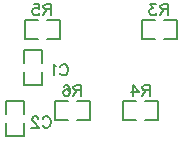
<source format=gbo>
G04 Layer: BottomSilkLayer*
G04 EasyEDA v6.1.41, Mon, 03 Jun 2019 03:14:34 GMT*
G04 5a90bc5d05c24feeabf61e1713a7abd1,f719cc3b5e9d4f31bc15a5958a6a0e99,10*
G04 Gerber Generator version 0.2*
G04 Scale: 100 percent, Rotated: No, Reflected: No *
G04 Dimensions in millimeters *
G04 leading zeros omitted , absolute positions ,3 integer and 3 decimal *
%FSLAX33Y33*%
%MOMM*%
G90*
G71D02*

%ADD19C,0.200000*%
%ADD21C,0.152400*%

%LPD*%
G54D19*
G01X17569Y12576D02*
G01X16469Y12576D01*
G01X16469Y10975D01*
G01X17569Y10975D01*
G01X18369Y12576D02*
G01X19469Y12576D01*
G01X19469Y11576D01*
G01X19469Y10975D01*
G01X18369Y10975D01*
G01X19220Y19434D02*
G01X18120Y19434D01*
G01X18120Y17833D01*
G01X19220Y17833D01*
G01X20020Y19434D02*
G01X21120Y19434D01*
G01X21120Y18434D01*
G01X21120Y17833D01*
G01X20020Y17833D01*
G01X9314Y19434D02*
G01X8214Y19434D01*
G01X8214Y17833D01*
G01X9314Y17833D01*
G01X10114Y19434D02*
G01X11214Y19434D01*
G01X11214Y18434D01*
G01X11214Y17833D01*
G01X10114Y17833D01*
G01X11854Y12576D02*
G01X10754Y12576D01*
G01X10754Y10975D01*
G01X11854Y10975D01*
G01X12654Y12576D02*
G01X13754Y12576D01*
G01X13754Y11576D01*
G01X13754Y10975D01*
G01X12654Y10975D01*
G01X8089Y14994D02*
G01X8089Y13894D01*
G01X9690Y13894D01*
G01X9690Y14994D01*
G01X8089Y15794D02*
G01X8089Y16894D01*
G01X9089Y16894D01*
G01X9690Y16894D01*
G01X9690Y15794D01*
G01X6565Y10676D02*
G01X6565Y9576D01*
G01X8166Y9576D01*
G01X8166Y10676D01*
G01X6565Y11476D02*
G01X6565Y12576D01*
G01X7565Y12576D01*
G01X8166Y12576D01*
G01X8166Y11476D01*
G54D21*
G01X18763Y13934D02*
G01X18763Y12980D01*
G01X18763Y13934D02*
G01X18354Y13934D01*
G01X18217Y13889D01*
G01X18172Y13844D01*
G01X18126Y13753D01*
G01X18126Y13662D01*
G01X18172Y13571D01*
G01X18217Y13525D01*
G01X18354Y13480D01*
G01X18763Y13480D01*
G01X18444Y13480D02*
G01X18126Y12980D01*
G01X17372Y13934D02*
G01X17826Y13298D01*
G01X17145Y13298D01*
G01X17372Y13934D02*
G01X17372Y12980D01*
G01X20321Y20792D02*
G01X20321Y19837D01*
G01X20321Y20792D02*
G01X19911Y20792D01*
G01X19775Y20746D01*
G01X19730Y20701D01*
G01X19684Y20610D01*
G01X19684Y20519D01*
G01X19730Y20428D01*
G01X19775Y20383D01*
G01X19911Y20337D01*
G01X20321Y20337D01*
G01X20002Y20337D02*
G01X19684Y19837D01*
G01X19293Y20792D02*
G01X18793Y20792D01*
G01X19066Y20428D01*
G01X18930Y20428D01*
G01X18839Y20383D01*
G01X18793Y20337D01*
G01X18748Y20201D01*
G01X18748Y20110D01*
G01X18793Y19974D01*
G01X18884Y19883D01*
G01X19021Y19837D01*
G01X19157Y19837D01*
G01X19293Y19883D01*
G01X19339Y19928D01*
G01X19384Y20019D01*
G01X10415Y20792D02*
G01X10415Y19837D01*
G01X10415Y20792D02*
G01X10005Y20792D01*
G01X9869Y20746D01*
G01X9824Y20701D01*
G01X9778Y20610D01*
G01X9778Y20519D01*
G01X9824Y20428D01*
G01X9869Y20383D01*
G01X10005Y20337D01*
G01X10415Y20337D01*
G01X10096Y20337D02*
G01X9778Y19837D01*
G01X8933Y20792D02*
G01X9387Y20792D01*
G01X9433Y20383D01*
G01X9387Y20428D01*
G01X9251Y20474D01*
G01X9115Y20474D01*
G01X8978Y20428D01*
G01X8887Y20337D01*
G01X8842Y20201D01*
G01X8842Y20110D01*
G01X8887Y19974D01*
G01X8978Y19883D01*
G01X9115Y19837D01*
G01X9251Y19837D01*
G01X9387Y19883D01*
G01X9433Y19928D01*
G01X9478Y20019D01*
G01X12955Y13934D02*
G01X12955Y12979D01*
G01X12955Y13934D02*
G01X12545Y13934D01*
G01X12409Y13888D01*
G01X12364Y13843D01*
G01X12318Y13752D01*
G01X12318Y13661D01*
G01X12364Y13570D01*
G01X12409Y13525D01*
G01X12545Y13479D01*
G01X12955Y13479D01*
G01X12636Y13479D02*
G01X12318Y12979D01*
G01X11473Y13797D02*
G01X11518Y13888D01*
G01X11655Y13934D01*
G01X11745Y13934D01*
G01X11882Y13888D01*
G01X11973Y13752D01*
G01X12018Y13525D01*
G01X12018Y13297D01*
G01X11973Y13116D01*
G01X11882Y13025D01*
G01X11745Y12979D01*
G01X11700Y12979D01*
G01X11564Y13025D01*
G01X11473Y13116D01*
G01X11427Y13252D01*
G01X11427Y13297D01*
G01X11473Y13434D01*
G01X11564Y13525D01*
G01X11700Y13570D01*
G01X11745Y13570D01*
G01X11882Y13525D01*
G01X11973Y13434D01*
G01X12018Y13297D01*
G01X11168Y15485D02*
G01X11213Y15575D01*
G01X11304Y15666D01*
G01X11395Y15712D01*
G01X11577Y15712D01*
G01X11668Y15666D01*
G01X11759Y15575D01*
G01X11804Y15485D01*
G01X11850Y15348D01*
G01X11850Y15121D01*
G01X11804Y14985D01*
G01X11759Y14894D01*
G01X11668Y14803D01*
G01X11577Y14757D01*
G01X11395Y14757D01*
G01X11304Y14803D01*
G01X11213Y14894D01*
G01X11168Y14985D01*
G01X10868Y15530D02*
G01X10777Y15575D01*
G01X10641Y15712D01*
G01X10641Y14757D01*
G01X9699Y11040D02*
G01X9744Y11131D01*
G01X9835Y11222D01*
G01X9926Y11267D01*
G01X10108Y11267D01*
G01X10199Y11222D01*
G01X10290Y11131D01*
G01X10335Y11040D01*
G01X10381Y10904D01*
G01X10381Y10677D01*
G01X10335Y10540D01*
G01X10290Y10449D01*
G01X10199Y10358D01*
G01X10108Y10313D01*
G01X9926Y10313D01*
G01X9835Y10358D01*
G01X9744Y10449D01*
G01X9699Y10540D01*
G01X9353Y11040D02*
G01X9353Y11086D01*
G01X9308Y11177D01*
G01X9262Y11222D01*
G01X9172Y11267D01*
G01X8990Y11267D01*
G01X8899Y11222D01*
G01X8853Y11177D01*
G01X8808Y11086D01*
G01X8808Y10995D01*
G01X8853Y10904D01*
G01X8944Y10767D01*
G01X9399Y10313D01*
G01X8762Y10313D01*
M00*
M02*

</source>
